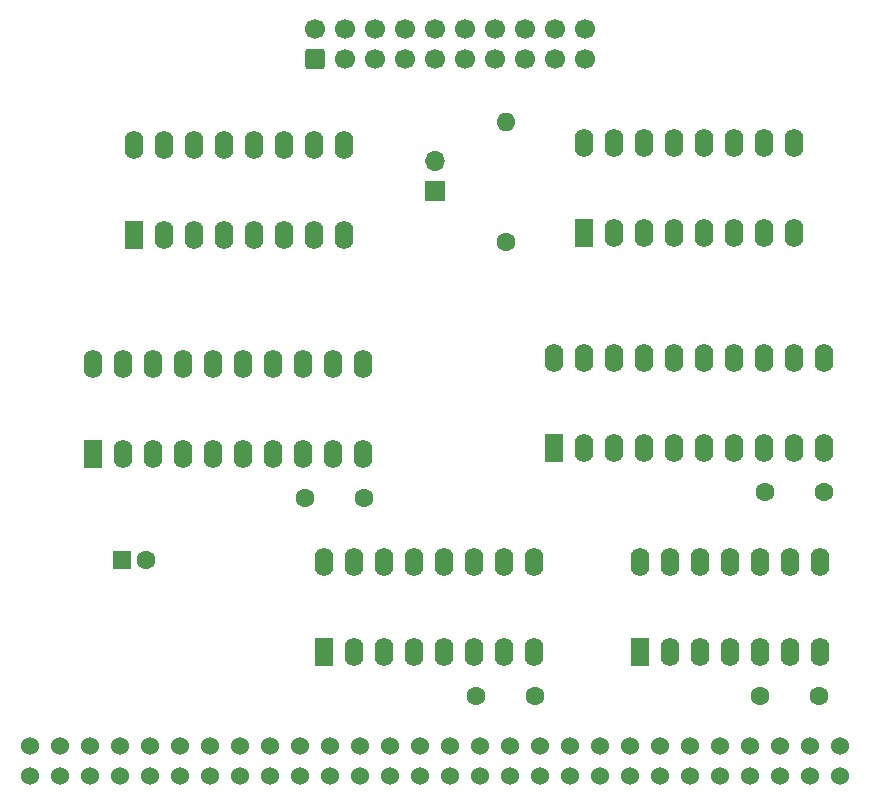
<source format=gbr>
%TF.GenerationSoftware,KiCad,Pcbnew,(6.0.5-0)*%
%TF.CreationDate,2023-11-24T08:12:00-08:00*%
%TF.ProjectId,pio-sp-clone,70696f2d-7370-42d6-936c-6f6e652e6b69,ISS01*%
%TF.SameCoordinates,Original*%
%TF.FileFunction,Soldermask,Bot*%
%TF.FilePolarity,Negative*%
%FSLAX46Y46*%
G04 Gerber Fmt 4.6, Leading zero omitted, Abs format (unit mm)*
G04 Created by KiCad (PCBNEW (6.0.5-0)) date 2023-11-24 08:12:00*
%MOMM*%
%LPD*%
G01*
G04 APERTURE LIST*
G04 Aperture macros list*
%AMRoundRect*
0 Rectangle with rounded corners*
0 $1 Rounding radius*
0 $2 $3 $4 $5 $6 $7 $8 $9 X,Y pos of 4 corners*
0 Add a 4 corners polygon primitive as box body*
4,1,4,$2,$3,$4,$5,$6,$7,$8,$9,$2,$3,0*
0 Add four circle primitives for the rounded corners*
1,1,$1+$1,$2,$3*
1,1,$1+$1,$4,$5*
1,1,$1+$1,$6,$7*
1,1,$1+$1,$8,$9*
0 Add four rect primitives between the rounded corners*
20,1,$1+$1,$2,$3,$4,$5,0*
20,1,$1+$1,$4,$5,$6,$7,0*
20,1,$1+$1,$6,$7,$8,$9,0*
20,1,$1+$1,$8,$9,$2,$3,0*%
G04 Aperture macros list end*
%ADD10R,1.600000X2.400000*%
%ADD11O,1.600000X2.400000*%
%ADD12C,1.524000*%
%ADD13RoundRect,0.250000X0.600000X-0.600000X0.600000X0.600000X-0.600000X0.600000X-0.600000X-0.600000X0*%
%ADD14C,1.700000*%
%ADD15C,1.600000*%
%ADD16O,1.600000X1.600000*%
%ADD17R,1.700000X1.700000*%
%ADD18O,1.700000X1.700000*%
%ADD19R,1.600000X1.600000*%
G04 APERTURE END LIST*
D10*
%TO.C,U4*%
X165695000Y-118120000D03*
D11*
X168235000Y-118120000D03*
X170775000Y-118120000D03*
X173315000Y-118120000D03*
X175855000Y-118120000D03*
X178395000Y-118120000D03*
X180935000Y-118120000D03*
X180935000Y-110500000D03*
X178395000Y-110500000D03*
X175855000Y-110500000D03*
X173315000Y-110500000D03*
X170775000Y-110500000D03*
X168235000Y-110500000D03*
X165695000Y-110500000D03*
%TD*%
D10*
%TO.C,J2*%
X160920000Y-82620000D03*
D11*
X163460000Y-82620000D03*
X166000000Y-82620000D03*
X168540000Y-82620000D03*
X171080000Y-82620000D03*
X173620000Y-82620000D03*
X176160000Y-82620000D03*
X178700000Y-82620000D03*
X178700000Y-75000000D03*
X176160000Y-75000000D03*
X173620000Y-75000000D03*
X171080000Y-75000000D03*
X168540000Y-75000000D03*
X166000000Y-75000000D03*
X163460000Y-75000000D03*
X160920000Y-75000000D03*
%TD*%
D10*
%TO.C,J1*%
X122820000Y-82820000D03*
D11*
X125360000Y-82820000D03*
X127900000Y-82820000D03*
X130440000Y-82820000D03*
X132980000Y-82820000D03*
X135520000Y-82820000D03*
X138060000Y-82820000D03*
X140600000Y-82820000D03*
X140600000Y-75200000D03*
X138060000Y-75200000D03*
X135520000Y-75200000D03*
X132980000Y-75200000D03*
X130440000Y-75200000D03*
X127900000Y-75200000D03*
X125360000Y-75200000D03*
X122820000Y-75200000D03*
%TD*%
D10*
%TO.C,U3*%
X138920000Y-118120000D03*
D11*
X141460000Y-118120000D03*
X144000000Y-118120000D03*
X146540000Y-118120000D03*
X149080000Y-118120000D03*
X151620000Y-118120000D03*
X154160000Y-118120000D03*
X156700000Y-118120000D03*
X156700000Y-110500000D03*
X154160000Y-110500000D03*
X151620000Y-110500000D03*
X149080000Y-110500000D03*
X146540000Y-110500000D03*
X144000000Y-110500000D03*
X141460000Y-110500000D03*
X138920000Y-110500000D03*
%TD*%
D10*
%TO.C,U1*%
X119395000Y-101370489D03*
D11*
X121935000Y-101370489D03*
X124475000Y-101370489D03*
X127015000Y-101370489D03*
X129555000Y-101370489D03*
X132095000Y-101370489D03*
X134635000Y-101370489D03*
X137175000Y-101370489D03*
X139715000Y-101370489D03*
X142255000Y-101370489D03*
X142255000Y-93750489D03*
X139715000Y-93750489D03*
X137175000Y-93750489D03*
X134635000Y-93750489D03*
X132095000Y-93750489D03*
X129555000Y-93750489D03*
X127015000Y-93750489D03*
X124475000Y-93750489D03*
X121935000Y-93750489D03*
X119395000Y-93750489D03*
%TD*%
D12*
%TO.C,Z1*%
X124190000Y-128590000D03*
X124190000Y-126050000D03*
X114030000Y-126050000D03*
X116570000Y-126050000D03*
X119110000Y-126050000D03*
X121650000Y-126050000D03*
X126730000Y-126050000D03*
X129270000Y-126050000D03*
X131810000Y-126050000D03*
X134350000Y-126050000D03*
X136890000Y-126050000D03*
X139430000Y-126050000D03*
X141970000Y-126050000D03*
X144510000Y-126050000D03*
X147050000Y-126050000D03*
X149590000Y-126050000D03*
X152130000Y-126050000D03*
X154670000Y-126050000D03*
X157210000Y-126050000D03*
X159750000Y-126050000D03*
X162290000Y-126050000D03*
X164830000Y-126050000D03*
X167370000Y-126050000D03*
X169910000Y-126050000D03*
X172450000Y-126050000D03*
X174990000Y-126050000D03*
X177530000Y-126050000D03*
X180070000Y-126050000D03*
X182610000Y-126050000D03*
X114030000Y-128590000D03*
X116570000Y-128590000D03*
X119110000Y-128590000D03*
X121650000Y-128590000D03*
X126730000Y-128590000D03*
X129270000Y-128590000D03*
X131810000Y-128590000D03*
X134350000Y-128590000D03*
X136890000Y-128590000D03*
X139430000Y-128590000D03*
X141970000Y-128590000D03*
X144510000Y-128590000D03*
X147050000Y-128590000D03*
X149590000Y-128590000D03*
X152130000Y-128590000D03*
X154670000Y-128590000D03*
X157210000Y-128590000D03*
X159750000Y-128590000D03*
X162290000Y-128590000D03*
X164830000Y-128590000D03*
X167370000Y-128590000D03*
X169910000Y-128590000D03*
X172450000Y-128590000D03*
X174990000Y-128590000D03*
X177530000Y-128590000D03*
X180070000Y-128590000D03*
X182610000Y-128590000D03*
%TD*%
D13*
%TO.C,J3*%
X138190000Y-67884775D03*
D14*
X138190000Y-65344775D03*
X140730000Y-67884775D03*
X140730000Y-65344775D03*
X143270000Y-67884775D03*
X143270000Y-65344775D03*
X145810000Y-67884775D03*
X145810000Y-65344775D03*
X148350000Y-67884775D03*
X148350000Y-65344775D03*
X150890000Y-67884775D03*
X150890000Y-65344775D03*
X153430000Y-67884775D03*
X153430000Y-65344775D03*
X155970000Y-67884775D03*
X155970000Y-65344775D03*
X158510000Y-67884775D03*
X158510000Y-65344775D03*
X161050000Y-67884775D03*
X161050000Y-65344775D03*
%TD*%
D15*
%TO.C,R1*%
X154320000Y-83400000D03*
D16*
X154320000Y-73240000D03*
%TD*%
D10*
%TO.C,U2*%
X158395000Y-100870489D03*
D11*
X160935000Y-100870489D03*
X163475000Y-100870489D03*
X166015000Y-100870489D03*
X168555000Y-100870489D03*
X171095000Y-100870489D03*
X173635000Y-100870489D03*
X176175000Y-100870489D03*
X178715000Y-100870489D03*
X181255000Y-100870489D03*
X181255000Y-93250489D03*
X178715000Y-93250489D03*
X176175000Y-93250489D03*
X173635000Y-93250489D03*
X171095000Y-93250489D03*
X168555000Y-93250489D03*
X166015000Y-93250489D03*
X163475000Y-93250489D03*
X160935000Y-93250489D03*
X158395000Y-93250489D03*
%TD*%
D15*
%TO.C,C2*%
X176320000Y-104570489D03*
X181320000Y-104570489D03*
%TD*%
%TO.C,C4*%
X175820000Y-121820000D03*
X180820000Y-121820000D03*
%TD*%
D17*
%TO.C,JP1*%
X148320000Y-79095000D03*
D18*
X148320000Y-76555000D03*
%TD*%
D19*
%TO.C,C5*%
X121864888Y-110320000D03*
D15*
X123864888Y-110320000D03*
%TD*%
%TO.C,C1*%
X137320000Y-105070489D03*
X142320000Y-105070489D03*
%TD*%
%TO.C,C3*%
X151820000Y-121820000D03*
X156820000Y-121820000D03*
%TD*%
M02*

</source>
